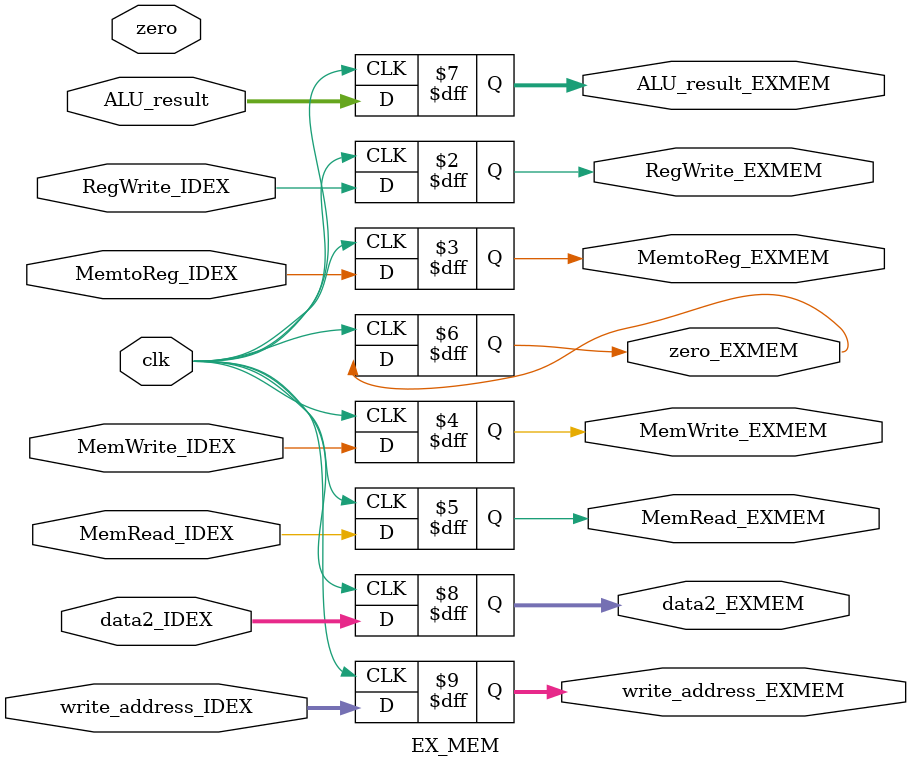
<source format=v>
`timescale 1ns / 1ps


module EX_MEM(
input clk,
input RegWrite_IDEX,
input MemtoReg_IDEX,
input MemWrite_IDEX,
input MemRead_IDEX,
input zero,
input [31:0] ALU_result,
input [31:0] data2_IDEX,
input [4:0] write_address_IDEX,//
output reg RegWrite_EXMEM,
output reg MemtoReg_EXMEM,
output reg MemWrite_EXMEM,
output reg MemRead_EXMEM,
output reg zero_EXMEM,
output reg [31:0] ALU_result_EXMEM,
output reg [31:0] data2_EXMEM,
output reg [4:0] write_address_EXMEM
);
always @(posedge clk)
begin
RegWrite_EXMEM <= RegWrite_IDEX;
MemtoReg_EXMEM <= MemtoReg_IDEX;
MemWrite_EXMEM <= MemWrite_IDEX;
MemRead_EXMEM <= MemRead_IDEX;
zero_EXMEM <= zero_EXMEM;
ALU_result_EXMEM <= ALU_result;
data2_EXMEM <= data2_IDEX;
write_address_EXMEM <= write_address_IDEX;
end
endmodule

</source>
